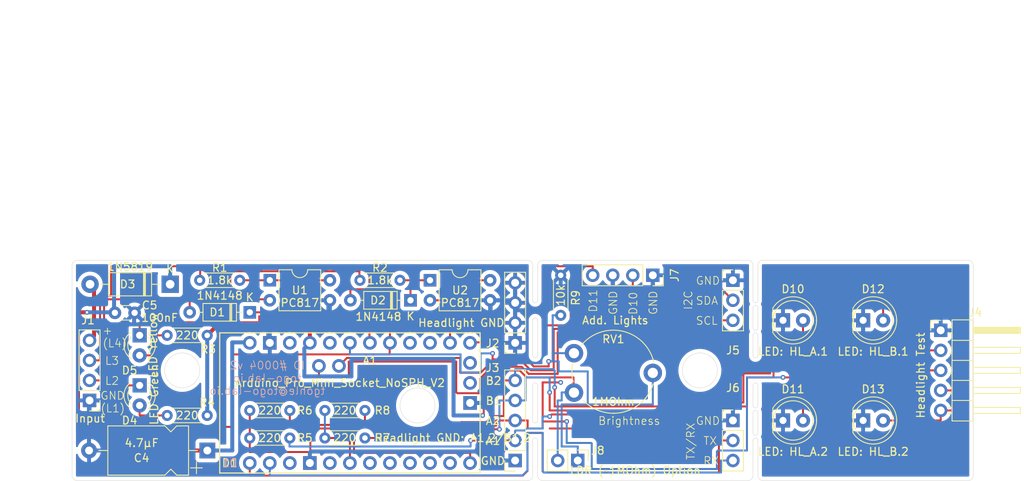
<source format=kicad_pcb>
(kicad_pcb
	(version 20240108)
	(generator "pcbnew")
	(generator_version "8.0")
	(general
		(thickness 1.6)
		(legacy_teardrops no)
	)
	(paper "A4")
	(title_block
		(title "DenshaBekutoru 電車ベクトル (Train Vector)")
		(date "2026-02-01")
		(rev "1")
		(company "ToGo-Lab")
		(comment 1 "- https://togo-lab.io/")
		(comment 2 "- Email: tgohle@togo-lab.io")
		(comment 3 "Thomas Gohle")
	)
	(layers
		(0 "F.Cu" signal)
		(31 "B.Cu" signal)
		(32 "B.Adhes" user "B.Adhesive")
		(33 "F.Adhes" user "F.Adhesive")
		(34 "B.Paste" user)
		(35 "F.Paste" user)
		(36 "B.SilkS" user "B.Silkscreen")
		(37 "F.SilkS" user "F.Silkscreen")
		(38 "B.Mask" user)
		(39 "F.Mask" user)
		(40 "Dwgs.User" user "User.Drawings")
		(41 "Cmts.User" user "User.Comments")
		(42 "Eco1.User" user "User.Eco1")
		(43 "Eco2.User" user "User.Eco2")
		(44 "Edge.Cuts" user)
		(45 "Margin" user)
		(46 "B.CrtYd" user "B.Courtyard")
		(47 "F.CrtYd" user "F.Courtyard")
		(48 "B.Fab" user)
		(49 "F.Fab" user)
		(50 "User.1" user "Help Lines")
	)
	(setup
		(stackup
			(layer "F.SilkS"
				(type "Top Silk Screen")
			)
			(layer "F.Paste"
				(type "Top Solder Paste")
			)
			(layer "F.Mask"
				(type "Top Solder Mask")
				(thickness 0.01)
			)
			(layer "F.Cu"
				(type "copper")
				(thickness 0.035)
			)
			(layer "dielectric 1"
				(type "core")
				(thickness 1.51)
				(material "FR4")
				(epsilon_r 4.5)
				(loss_tangent 0.02)
			)
			(layer "B.Cu"
				(type "copper")
				(thickness 0.035)
			)
			(layer "B.Mask"
				(type "Bottom Solder Mask")
				(thickness 0.01)
			)
			(layer "B.Paste"
				(type "Bottom Solder Paste")
			)
			(layer "B.SilkS"
				(type "Bottom Silk Screen")
			)
			(copper_finish "None")
			(dielectric_constraints no)
		)
		(pad_to_mask_clearance 0)
		(allow_soldermask_bridges_in_footprints no)
		(grid_origin 95.25 123.19)
		(pcbplotparams
			(layerselection 0x003ffff_ffffffff)
			(plot_on_all_layers_selection 0x0000000_00000000)
			(disableapertmacros no)
			(usegerberextensions no)
			(usegerberattributes yes)
			(usegerberadvancedattributes yes)
			(creategerberjobfile yes)
			(dashed_line_dash_ratio 12.000000)
			(dashed_line_gap_ratio 3.000000)
			(svgprecision 4)
			(plotframeref no)
			(viasonmask no)
			(mode 1)
			(useauxorigin no)
			(hpglpennumber 1)
			(hpglpenspeed 20)
			(hpglpendiameter 15.000000)
			(pdf_front_fp_property_popups yes)
			(pdf_back_fp_property_popups yes)
			(dxfpolygonmode yes)
			(dxfimperialunits yes)
			(dxfusepcbnewfont yes)
			(psnegative no)
			(psa4output no)
			(plotreference yes)
			(plotvalue yes)
			(plotfptext yes)
			(plotinvisibletext no)
			(sketchpadsonfab no)
			(subtractmaskfromsilk no)
			(outputformat 4)
			(mirror no)
			(drillshape 0)
			(scaleselection 1)
			(outputdirectory "/home/tgohle/Desktop/git/ToGo-Lab/0004-DenshaBekutoru/KiCad/0004-DenshaBekutoru_PCB_v0.2/")
		)
	)
	(net 0 "")
	(net 1 "Net-(A1-D3_INT1)")
	(net 2 "unconnected-(A1-PadA6)")
	(net 3 "Net-(A1-D11_MOSI)")
	(net 4 "unconnected-(A1-PadD4)")
	(net 5 "unconnected-(A1-PadA7)")
	(net 6 "unconnected-(A1-D13_SCK-PadD13)")
	(net 7 "unconnected-(A1-PadD5)")
	(net 8 "unconnected-(A1-RESET-PadRST1)")
	(net 9 "Net-(A1-D10_CS)")
	(net 10 "Net-(A1-PadD9)")
	(net 11 "unconnected-(A1-PadD7)")
	(net 12 "unconnected-(A1-PadA3)")
	(net 13 "Net-(D3-K)")
	(net 14 "unconnected-(A1-D2_INT0-PadD2)")
	(net 15 "Net-(J8-Pin_1)")
	(net 16 "GND")
	(net 17 "Net-(A1-Vcc)")
	(net 18 "unconnected-(A1-PadD6)")
	(net 19 "unconnected-(A1-D12_MISO-PadD12)")
	(net 20 "unconnected-(A1-RESET-PadRST2)")
	(net 21 "unconnected-(A1-PadD8)")
	(net 22 "Net-(D1-A)")
	(net 23 "Net-(D1-K)")
	(net 24 "Net-(D2-K)")
	(net 25 "Net-(D2-A)")
	(net 26 "Net-(D3-A)")
	(net 27 "Net-(D4-K)")
	(net 28 "Net-(D5-K)")
	(net 29 "Net-(D4-A)")
	(net 30 "Net-(D5-A)")
	(net 31 "Net-(D10-A)")
	(net 32 "Net-(D11-A)")
	(net 33 "Net-(D12-A)")
	(net 34 "Net-(D13-A)")
	(net 35 "Net-(A1-A4{slash}SDA)")
	(net 36 "Net-(A1-A5{slash}SCL)")
	(net 37 "Net-(A1-D0{slash}RX)")
	(net 38 "Net-(A1-D1{slash}TX)")
	(footprint "Capacitor_THT:CP_Axial_L10.0mm_D6.0mm_P15.00mm_Horizontal" (layer "F.Cu") (at 112.409 119.38 180))
	(footprint "LED_THT:LED_D5.0mm_Clear" (layer "F.Cu") (at 185.42 115.57))
	(footprint "Resistor_THT:R_Axial_DIN0204_L3.6mm_D1.6mm_P5.08mm_Horizontal" (layer "F.Cu") (at 132.3975 117.7925 180))
	(footprint "Connector_PinSocket_2.54mm:PinSocket_1x04_P2.54mm_Vertical" (layer "F.Cu") (at 168.91 97.155 -90))
	(footprint "Diode_THT:D_DO-35_SOD27_P7.62mm_Horizontal" (layer "F.Cu") (at 117.7925 101.854 180))
	(footprint "LED_THT:LED_D3.0mm" (layer "F.Cu") (at 103.8225 111.125 -90))
	(footprint "Connector_PinHeader_2.54mm:PinHeader_1x03_P2.54mm_Vertical" (layer "F.Cu") (at 179.07 115.57))
	(footprint "Capacitor_THT:C_Disc_D3.0mm_W1.6mm_P2.50mm" (layer "F.Cu") (at 100.6875 101.9175))
	(footprint "Connector_PinSocket_2.54mm:PinSocket_1x04_P2.54mm_Vertical" (layer "F.Cu") (at 151.4475 105.7275 180))
	(footprint "LED_THT:LED_D5.0mm_Clear" (layer "F.Cu") (at 185.42 102.87))
	(footprint "arduino-library:Arduino_Pro_Mini_Socket_NoSPH_V2" (layer "F.Cu") (at 130.4925 113.3475 90))
	(footprint "Diode_THT:D_DO-35_SOD27_P7.62mm_Horizontal" (layer "F.Cu") (at 138.176 100.33 180))
	(footprint "Resistor_THT:R_Axial_DIN0204_L3.6mm_D1.6mm_P5.08mm_Horizontal" (layer "F.Cu") (at 107.315 114.935))
	(footprint "Connector_PinHeader_2.54mm:PinHeader_1x05_P2.54mm_Horizontal" (layer "F.Cu") (at 205.4225 104.14))
	(footprint "Resistor_THT:R_Axial_DIN0204_L3.6mm_D1.6mm_P5.08mm_Horizontal" (layer "F.Cu") (at 112.395 104.775 180))
	(footprint "Connector_PinSocket_2.54mm:PinSocket_1x05_P2.54mm_Vertical" (layer "F.Cu") (at 151.4475 120.65 180))
	(footprint "Package_DIP:DIP-4_W7.62mm" (layer "F.Cu") (at 120.3325 97.785))
	(footprint "Diode_THT:D_DO-41_SOD81_P10.16mm_Horizontal" (layer "F.Cu") (at 107.696 98.298 180))
	(footprint "Connector_PinHeader_2.54mm:PinHeader_1x03_P2.54mm_Vertical" (layer "F.Cu") (at 179.07 97.79))
	(footprint "Resistor_THT:R_Axial_DIN0204_L3.6mm_D1.6mm_P5.08mm_Horizontal" (layer "F.Cu") (at 157.226 97.155 -90))
	(footprint "Package_DIP:DIP-4_W7.62mm" (layer "F.Cu") (at 140.6525 97.79))
	(footprint "Resistor_THT:R_Axial_DIN0204_L3.6mm_D1.6mm_P5.08mm_Horizontal" (layer "F.Cu") (at 111.4425 97.79))
	(footprint "Resistor_THT:R_Axial_DIN0204_L3.6mm_D1.6mm_P5.08mm_Horizontal" (layer "F.Cu") (at 122.8725 114.3 180))
	(footprint "LED_THT:LED_D5.0mm_Clear" (layer "F.Cu") (at 195.58 115.57))
	(footprint "Connector_PinHeader_2.54mm:PinHeader_1x02_P2.54mm_Vertical" (layer "F.Cu") (at 159.39 120.65 -90))
	(footprint "LED_THT:LED_D3.0mm" (layer "F.Cu") (at 103.8225 104.775 -90))
	(footprint "Resistor_THT:R_Axial_DIN0204_L3.6mm_D1.6mm_P5.08mm_Horizontal" (layer "F.Cu") (at 122.8725 117.7925 180))
	(footprint "LED_THT:LED_D5.0mm_Clear"
		(layer "F.Cu")
		(uuid "d9d3c5d5-70df-4a99-bdea-62d6c62c1ec0")
		(at 195.58 102.87)
		(descr "LED, diameter 5.0mm, 2 pins, clear, http://cdn-reichelt.de/documents/datenblatt/A500/LL-504BC2E-009.pdf, generated by kicad-footprint-generator")
		(tags "LED")
		(property "Reference" "D12"
			(at 1.27 -3.96 0)
			(layer "F.SilkS")
			(uuid "d660013a-ef98-4941-b9c3-53668ac3e908")
			(effects
				(font
					(size 1 1)
					(thickness 0.15)
				)
			)
		)
		(property "Value" "LED: HL_B.1"
			(at 1.27 3.96 0)
			(layer "F.SilkS")
			(uuid "b41cd8bb-1575-435b-b374-2a87a033c642")
			(effects
				(font
					(size 1 1)
					(thickness 0.15)
				)
			)
		)
		(property "Footprint" "LED_THT:LED_D5.0mm_Clear"
			(at 0 0 0)
			(layer "F.Fab")
			(hide yes)
			(uuid "989eb4f5-2041-45d1-8b66-1d619546efb2")
			(effects
				(font
					(size 1.27 1.27)
					(thickness 0.15)
				)
			)
		)
		(property "Datasheet" ""
			(at 0 0 0)
			(layer "F.Fab")
			(hide yes)
			(uuid "db16ba5f-dedf-464b-beaa-586a58da2c1c")
			(effects
				(font
					(size 1.27 1.27)
					(thickness 0.15)
				)
			)
		)
		(property "Description" "Light emitting diode"
			(at 0 0 0)
			(layer "F.Fab")
			(hide yes)
			(uuid "0ab733c7-a5c1-4df9-b75a-35c8fee0b903")
			(effects
				(font
					(size 1.27 1.27)
					(thickness 0.15)
				)
			)
		)
		(property ki_fp_filters "LED* LED_SMD:* LED_THT:*")
		(path "/862ea019-71c1-40a2-b76a-2953faaf1ae6")
		(sheetname "Root")
		(sheetfile "0004-DenshaBekutoru_v0.2.kicad_sch")
		(attr through_hole)
		(fp_line
			(start -1.29 -1.545)
			(end -1.29 1.545)
			(stroke
				(width 0.12)
				(type solid)
			)
			(layer "F.SilkS")
			(uuid "f745ecb2-2576-4967-a33b-70e0aa87e0ea")
		)
		(fp_arc
			(start -1.29 -1.54483)
			(mid 2.071756 -2.880501)
			(end 4.26 -0.000048)
			(stroke
				(width 0.12)
				(type solid)
			)
			(layer "F.SilkS")
			(uuid "dd66b83e-6711-4daa-97aa-17c966f5f6c6")
		)
		(fp_arc
			(start 4.26 0.000048)
			(mid 2.071756 2.880501)
			(end -1.29 1.54483)
			(stroke
				(width 0.12)
				(type solid)
			)
			(layer "F.SilkS")
			(uuid "43f98053-53b3-4634-8bdf-e33d2d725569")
		)
		(fp_circle
			(center 1.27 0)
			(end 3.77 0)
			(stroke
				(width 0.12)
				(type solid)
			)
			(fill none)
			(layer "F.SilkS")
			(uuid "1126d528-3041-439d-b846-955d52c43
... [618788 chars truncated]
</source>
